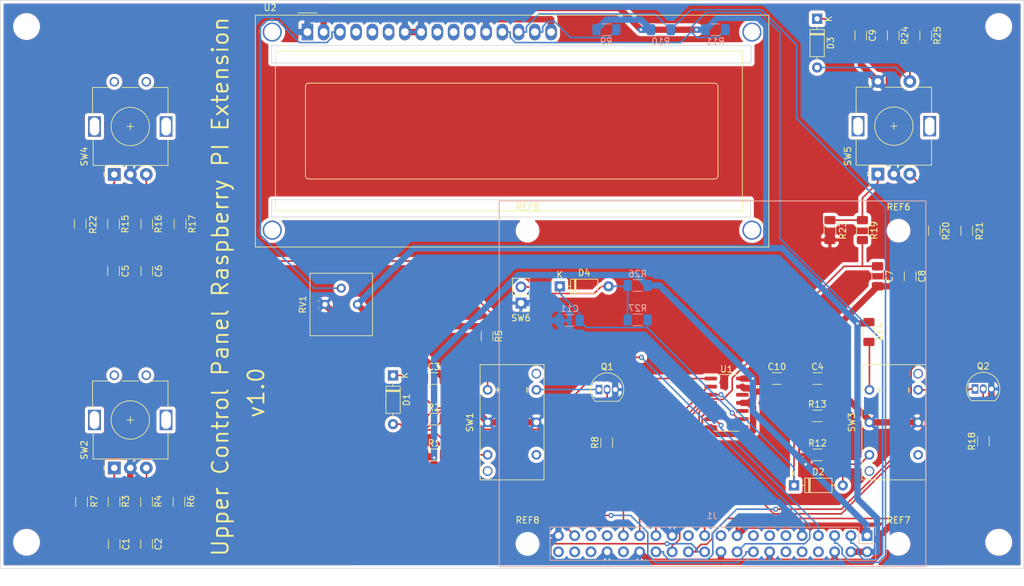
<source format=kicad_pcb>
(kicad_pcb (version 20211014) (generator pcbnew)
  (title_block (title "Raspberry-Pi  Extend Ctrl Panel Up") (date "2022-03-20") (rev "1.0") (company "Picherie"))
  (layers (0 "F.Cu" signal) (31 "B.Cu" signal) (34 "B.Paste" user) (35 "F.Paste" user) (36 "B.SilkS" user "B.Silkscreen") (37 "F.SilkS" user "F.Silkscreen") (38 "B.Mask" user) (39 "F.Mask" user) (44 "Edge.Cuts" user))
  (net 0 "")
  (net 1 "/REVERB_A")
  (net 2 "GND")
  (net 3 "/REVERB_B")
  (net 4 "Net-(C3-Pad1)")
  (net 5 "Net-(C4-Pad1)")
  (net 6 "/VOLUME_A")
  (net 7 "/VOLUME_B")
  (net 8 "/LCD_ROT_A")
  (net 9 "/LCD_ROT_B")
  (net 10 "+3V3")
  (net 11 "+5V")
  (net 12 "/LCD_I2C_SDA")
  (net 13 "/LCD_I2C_SCL")
  (net 14 "/LCD_ROT_S1")
  (net 22 "Net-(C9-Pad1)")
  (net 30 "Net-(Q1-Pad2)")
  (net 31 "Net-(Q1-Pad1)")
  (net 32 "Net-(Q2-Pad2)")
  (net 33 "Net-(Q2-Pad1)")
  (net 34 "Net-(C11-Pad1)")
  (net 35 "Net-(R3-Pad1)")
  (net 36 "Net-(R4-Pad1)")
  (net 37 "Net-(R5-Pad2)")
  (net 38 "/REGISTRATION_LED_1")
  (net 39 "Net-(R9-Pad2)")
  (net 40 "Net-(R14-Pad2)")
  (net 41 "Net-(R15-Pad1)")
  (net 42 "Net-(R16-Pad1)")
  (net 43 "/REGISTRATION_LED_2")
  (net 44 "Net-(R19-Pad1)")
  (net 45 "Net-(R20-Pad1)")
  (net 46 "Net-(D1-Pad2)")
  (net 47 "Net-(RV1-Pad2)")
  (net 50 "/REGISTRATION_SEL_1")
  (net 51 "/REGISTRATION_SEL_2")
  (net 58 "Net-(D3-Pad2)")
  (net 59 "Net-(D2-Pad2)")
  (net 60 "Net-(D4-Pad2)")
  (net 61 "/SAFE_SHUTDOWN")
  (footprint "MountingHole:MountingHole_2.7mm_M2.5" (layer "F.Cu") (at 216.63 86.85)
    (fp_text reference "REF6")
    (fp_text value "MountingHole_2.7mm_M2.5" hide)
  )
  (footprint "MountingHole:MountingHole_3.2mm_M3" (layer "F.Cu") (at 80.3 135.6)
    (fp_text reference "REF4" hide)
    (fp_text value "MountingHole_3.2mm_M3" hide)
  )
  (footprint "Resistor_SMD:R_1206_3216Metric_Pad1.30x1.75mm_HandSolder" (layer "F.Cu") (at 104.3 85.8 90)
    (fp_text reference "R17")
    (fp_text value "10K")
  )
  (footprint "MountingHole:MountingHole_3.2mm_M3" (layer "F.Cu") (at 80.3 54.9)
    (fp_text reference "REF1" hide)
    (fp_text value "MountingHole_3.2mm_M3" hide)
  )
  (footprint "MountingHole:MountingHole_2.7mm_M2.5" (layer "F.Cu") (at 158.63 86.85)
    (fp_text reference "REF5")
    (fp_text value "MountingHole_2.7mm_M2.5" hide)
  )
  (footprint "Resistor_SMD:R_1206_3216Metric_Pad1.30x1.75mm_HandSolder" (layer "F.Cu") (at 104.14 129.286 90)
    (fp_text reference "R6")
    (fp_text value "10K")
  )
  (footprint "b3_buttons_library:5511MBLKRED" (layer "F.Cu") (at 156.2 116.84 -90)
    (fp_text reference "SW1")
    (fp_text value "E-SWITCH-SW_Push_LED")
  )
  (footprint "Diode_THT:D_DO-35_SOD27_P7.62mm_Horizontal" (layer "F.Cu") (at 163.67 95.55)
    (fp_text reference "D4")
    (fp_text value "1N4148")
  )
  (footprint "Connector_PinHeader_2.54mm:PinHeader_1x02_P2.54mm_Vertical" (layer "F.Cu") (at 157.6 98.175 180)
    (fp_text reference "SW6")
    (fp_text value "on panel")
  )
  (footprint "Capacitor_SMD:C_1206_3216Metric_Pad1.33x1.80mm_HandSolder" (layer "F.Cu") (at 203.962 109.982)
    (fp_text reference "C4")
    (fp_text value "1uF")
  )
  (footprint "Rotary_Encoder:RotaryEncoder_Alps_EC11E_Vertical_H20mm" (layer "F.Cu") (at 94.02 123.965 90)
    (fp_text reference "SW2")
    (fp_text value "RotaryEncoder")
  )
  (footprint "Resistor_SMD:R_1206_3216Metric_Pad1.30x1.75mm_HandSolder" (layer "F.Cu") (at 88.7 85.8 90)
    (fp_text reference "R22")
    (fp_text value "10K")
  )
  (footprint "Resistor_SMD:R_1206_3216Metric_Pad1.30x1.75mm_HandSolder" (layer "F.Cu") (at 93.98 129.286 -90)
    (fp_text reference "R3")
    (fp_text value "10K")
  )
  (footprint "Resistor_SMD:R_1206_3216Metric_Pad1.30x1.75mm_HandSolder" (layer "F.Cu") (at 220.88 56.3 -90)
    (fp_text reference "R25")
    (fp_text value "22K")
  )
  (footprint "Resistor_SMD:R_1206_3216Metric_Pad1.30x1.75mm_HandSolder" (layer "F.Cu") (at 229.9 119.8 90)
    (fp_text reference "R18")
    (fp_text value "2.8K")
  )
  (footprint "Resistor_SMD:R_1206_3216Metric_Pad1.30x1.75mm_HandSolder" (layer "F.Cu") (at 144.018 121.92)
    (fp_text reference "R1")
    (fp_text value "9.1K")
  )
  (footprint "Package_TO_SOT_THT:TO-92_Inline" (layer "F.Cu") (at 228.6 111.612)
    (fp_text reference "Q2")
    (fp_text value "BC547")
  )
  (footprint "Capacitor_SMD:C_1206_3216Metric_Pad1.33x1.80mm_HandSolder" (layer "F.Cu") (at 210.72 56.3 -90)
    (fp_text reference "C9")
    (fp_text value "1uF")
  )
  (footprint "b3_buttons_library:5511MBLKRED" (layer "F.Cu") (at 215.89 116.84 -90)
    (fp_text reference "SW3")
    (fp_text value "E-SWITCH-SW_Push_LED")
  )
  (footprint "Resistor_SMD:R_1206_3216Metric_Pad1.30x1.75mm_HandSolder" (layer "F.Cu") (at 222.22 86.85 -90)
    (fp_text reference "R20")
    (fp_text value "10K")
  )
  (footprint "Capacitor_SMD:C_1206_3216Metric_Pad1.33x1.80mm_HandSolder" (layer "F.Cu") (at 99.1 93.1625 -90)
    (fp_text reference "C6")
    (fp_text value "10n")
  )
  (footprint "Resistor_SMD:R_1206_3216Metric_Pad1.30x1.75mm_HandSolder" (layer "F.Cu") (at 212 102.7 -90)
    (fp_text reference "R14")
    (fp_text value "140")
  )
  (footprint "MountingHole:MountingHole_2.7mm_M2.5" (layer "F.Cu") (at 216.63 135.85)
    (fp_text reference "REF7")
    (fp_text value "MountingHole_2.7mm_M2.5" hide)
  )
  (footprint "Resistor_SMD:R_1206_3216Metric_Pad1.30x1.75mm_HandSolder" (layer "F.Cu") (at 99.1 85.8 -90)
    (fp_text reference "R16")
    (fp_text value "10K")
  )
  (footprint "Resistor_SMD:R_1206_3216Metric_Pad1.30x1.75mm_HandSolder" (layer "F.Cu") (at 143.992 116.332)
    (fp_text reference "R2")
    (fp_text value "22K")
  )
  (footprint "Package_TO_SOT_THT:TO-92_Inline" (layer "F.Cu") (at 169.8 111.7)
    (fp_text reference "Q1")
    (fp_text value "BC547")
  )
  (footprint "Rotary_Encoder:RotaryEncoder_Alps_EC11E_Vertical_H20mm" (layer "F.Cu") (at 94.02 78.045 90)
    (fp_text reference "SW4")
    (fp_text value "RotaryEncoder")
  )
  (footprint "Diode_THT:D_DO-35_SOD27_P7.62mm_Horizontal" (layer "F.Cu") (at 200.29 126.7)
    (fp_text reference "D2")
    (fp_text value "1N4148")
  )
  (footprint "Resistor_SMD:R_1206_3216Metric_Pad1.30x1.75mm_HandSolder" (layer "F.Cu") (at 88.9 129.286 90)
    (fp_text reference "R7")
    (fp_text value "10K")
  )
  (footprint "Rotary_Encoder:RotaryEncoder_Alps_EC11E-Switch_Vertical_H20mm" (layer "F.Cu") (at 213.4 77.995 90)
    (fp_text reference "SW5")
    (fp_text value "RotaryEncoder_Switch")
  )
  (footprint "MountingHole:MountingHole_3.2mm_M3" (layer "F.Cu") (at 232.3 135.6)
    (fp_text reference "REF3" hide)
    (fp_text value "MountingHole_3.2mm_M3" hide)
  )
  (footprint "Resistor_SMD:R_1206_3216Metric_Pad1.30x1.75mm_HandSolder" (layer "F.Cu") (at 93.9 85.8 -90)
    (fp_text reference "R15")
    (fp_text value "10K")
  )
  (footprint "Display:WC1602A" (layer "F.Cu") (at 124.21 55.7625)
    (fp_text reference "U2")
    (fp_text value "lcd_16x2_i2c")
  )
  (footprint "Resistor_SMD:R_1206_3216Metric_Pad1.30x1.75mm_HandSolder" (layer "F.Cu") (at 203.962 121.92)
    (fp_text reference "R12")
    (fp_text value "9.1K")
  )
  (footprint "Capacitor_SMD:C_1206_3216Metric_Pad1.33x1.80mm_HandSolder" (layer "F.Cu") (at 93.9 93.1625 -90)
    (fp_text reference "C5")
    (fp_text value "10n")
  )
  (footprint "Diode_THT:D_DO-35_SOD27_P7.62mm_Horizontal" (layer "F.Cu") (at 137.6 109.5 -90)
    (fp_text reference "D1")
    (fp_text value "1N4148")
  )
  (footprint "Potentiometer_THT:Potentiometer_Bourns_3386P_Vertical" (layer "F.Cu") (at 132.04 98.385 90)
    (fp_text reference "RV1")
    (fp_text value "20K")
  )
  (footprint "Resistor_SMD:R_1206_3216Metric_Pad1.30x1.75mm_HandSolder" (layer "F.Cu") (at 171 120 90)
    (fp_text reference "R8")
    (fp_text value "2.8K")
  )
  (footprint "Capacitor_SMD:C_1206_3216Metric_Pad1.33x1.80mm_HandSolder" (layer "F.Cu") (at 197.612 109.982)
    (fp_text reference "C10")
    (fp_text value "100n")
  )
  (footprint "Capacitor_SMD:C_1206_3216Metric_Pad1.33x1.80mm_HandSolder" (layer "F.Cu") (at 218.44 93.98 -90)
    (fp_text reference "C8")
    (fp_text value "10n")
  )
  (footprint "Resistor_SMD:R_1206_3216Metric_Pad1.30x1.75mm_HandSolder" (layer "F.Cu") (at 215.8 56.3 -90)
    (fp_text reference "R24")
    (fp_text value "9.1K")
  )
  (footprint "Resistor_SMD:R_1206_3216Metric_Pad1.30x1.75mm_HandSolder" (layer "F.Cu") (at 99.06 129.286 -90)
    (fp_text reference "R4")
    (fp_text value "10K")
  )
  (footprint "Capacitor_SMD:C_1206_3216Metric_Pad1.33x1.80mm_HandSolder" (layer "F.Cu") (at 99.06 135.89 -90)
    (fp_text reference "C2")
    (fp_text value "10n")
  )
  (footprint "Diode_THT:D_DO-35_SOD27_P7.62mm_Horizontal" (layer "F.Cu") (at 203.9 53.69 -90)
    (fp_text reference "D3")
    (fp_text value "1N4148")
  )
  (footprint "Resistor_SMD:R_1206_3216Metric_Pad1.30x1.75mm_HandSolder" (layer "F.Cu") (at 205.9 86.75 90)
    (fp_text reference "R23")
    (fp_text value "10K")
  )
  (footprint "Capacitor_SMD:C_1206_3216Metric_Pad1.33x1.80mm_HandSolder" (layer "F.Cu") (at 143.9795 109.982)
    (fp_text reference "C3")
    (fp_text value "1uF")
  )
  (footprint "Package_SO:SOIC-14_3.9x8.7mm_P1.27mm" (layer "F.Cu") (at 189.738 113.792)
    (fp_text reference "U1")
    (fp_text value "74HC14")
  )
  (footprint "Resistor_SMD:R_1206_3216Metric_Pad1.30x1.75mm_HandSolder" (layer "F.Cu") (at 227.3 86.85 90)
    (fp_text reference "R21")
    (fp_text value "10K")
  )
  (footprint "MountingHole:MountingHole_2.7mm_M2.5" (layer "F.Cu") (at 158.63 135.85)
    (fp_text reference "REF8")
    (fp_text value "MountingHole_2.7mm_M2.5" hide)
  )
  (footprint "Resistor_SMD:R_1206_3216Metric_Pad1.30x1.75mm_HandSolder" (layer "F.Cu") (at 152.3 103.35 -90)
    (fp_text reference "R5")
    (fp_text value "140")
  )
  (footprint "Capacitor_SMD:C_1206_3216Metric_Pad1.33x1.80mm_HandSolder" (layer "F.Cu") (at 94 135.89 -90)
    (fp_text reference "C1")
    (fp_text value "10n")
  )
  (footprint "Capacitor_SMD:C_1206_3216Metric_Pad1.33x1.80mm_HandSolder" (layer "F.Cu") (at 213.36 93.98 -90)
    (fp_text reference "C7")
    (fp_text value "10n")
  )
  (footprint "Resistor_SMD:R_1206_3216Metric_Pad1.30x1.75mm_HandSolder" (layer "F.Cu") (at 210.98 86.75 -90)
    (fp_text reference "R19")
    (fp_text value "10K")
  )
  (footprint "MountingHole:MountingHole_3.2mm_M3" (layer "F.Cu") (at 232.3 54.9)
    (fp_text reference "REF2" hide)
    (fp_text value "MountingHole_3.2mm_M3" hide)
  )
  (footprint "Resistor_SMD:R_1206_3216Metric_Pad1.30x1.75mm_HandSolder" (layer "F.Cu") (at 203.936 115.824)
    (fp_text reference "R13")
    (fp_text value "22K")
  )
  (footprint "Resistor_SMD:R_1206_3216Metric_Pad1.30x1.75mm_HandSolder" (layer "B.Cu") (at 175.84 95.42 180)
    (fp_text reference "R26")
    (fp_text value "9.1K")
  )
  (footprint "Resistor_SMD:R_1206_3216Metric_Pad1.30x1.75mm_HandSolder" (layer "B.Cu") (at 179.475 55.4)
    (fp_text reference "R10")
    (fp_text value "2.2K")
  )
  (footprint "Resistor_SMD:R_1206_3216Metric_Pad1.30x1.75mm_HandSolder" (layer "B.Cu") (at 188 55.4)
    (fp_text reference "R11")
    (fp_text value "2.2K")
  )
  (footprint "Resistor_SMD:R_1206_3216Metric_Pad1.30x1.75mm_HandSolder" (layer "B.Cu") (at 170.95 55.4)
    (fp_text reference "R9")
    (fp_text value "220")
  )
  (footprint "Connector_PinSocket_2.54mm:PinSocket_2x20_P2.54mm_Vertical" (layer "B.Cu") (at 211.72 134.56 90)
    (fp_text reference "J1")
    (fp_text value "Raspberry_Pi_2_3")
  )
  (footprint "Capacitor_SMD:C_1206_3216Metric_Pad1.33x1.80mm_HandSolder" (layer "B.Cu") (at 165.2 100.9 180)
    (fp_text reference "C11")
    (fp_text value "1uF")
  )
  (footprint "Resistor_SMD:R_1206_3216Metric_Pad1.30x1.75mm_HandSolder" (layer "B.Cu") (at 175.85 100.8 180)
    (fp_text reference "R27")
    (fp_text value "22K")
  )
  (gr_rect (start 154.2 82.2) (end 220.9 139.4) (layer "B.SilkS") (width 0.15) (fill none))
  (gr_rect locked (start 76.2 50.8) (end 236.22 139.7) (layer "Edge.Cuts") (width 0.1) (fill none))
  (gr_rect locked (start 118.618 82) (end 193.5 84.7) (layer "Edge.Cuts") (width 0.1) (fill none))
  (gr_rect locked (start 118.618 57.866) (end 193.6 60.6) (layer "Edge.Cuts") (width 0.1) (fill none))
  (gr_text "Upper Control Panel Raspberry PI Extension" (at 110.6 95.6 90) (layer "F.SilkS") (effects (font (size 2.5 2.5) (thickness 0.3))))
  (gr_text "v1.0" (at 116.2 112.2 90) (layer "F.SilkS") (effects (font (size 2.5 2.5) (thickness 0.3))))
  (segment (start 94 134.3275) (end 95.5725 135.9) (width 0.25) (layer "F.Cu") (net 1))
  (segment (start 131.7846 138.6) (end 159.8 138.6) (width 0.25) (layer "F.Cu") (net 1))
  (segment (start 129.0846 135.9) (end 131.7846 138.6) (width 0.25) (layer "F.Cu") (net 1))
  (segment (start 159.8 138.6) (end 162.5729 135.8271) (width 0.25) (layer "F.Cu") (net 1))
  (segment (start 162.5729 135.8271) (end 180.4431 135.8271) (width 0.25) (layer "F.Cu") (net 1))
  (segment (start 94 130.856) (end 94 134.3275) (width 0.25) (layer "F.Cu") (net 1))
  (segment (start 93.98 130.836) (end 94 130.856) (width 0.25) (layer "F.Cu") (net 1))
  (segment (start 95.5725 135.9) (end 129.0846 135.9) (width 0.25) (layer "F.Cu") (net 1))
  (via (at 180.4431 135.8271) (size 0.8) (drill 0.4) (layers "F.Cu" "B.Cu") (net 1))
  (segment (start 184.2391 135.8271) (end 180.4431 135.8271) (width 0.25) (layer "B.Cu") (net 1))
  (segment (start 185.1447 136.7327) (end 184.2391 135.8271) (width 0.25) (layer "B.Cu") (net 1))
  (segment (start 186.32 137.1) (end 185.1447 137.1) (width 0.25) (layer "B.Cu") (net 1))
  (segment (start 185.1447 137.1) (end 185.1447 136.7327) (width 0.25) (layer "B.Cu") (net 1))
  (segment (start 162.31 53.7622) (end 162.31 55.7625) (width 1) (layer "F.Cu") (net 2))
  (segment (start 188.86 137.1) (end 188.86 138.6503) (width 1) (layer "F.Cu") (net 2))
  (segment (start 197.1321 112.0244) (end 193.9152 112.0244) (width 1) (layer "F.Cu") (net 2))
  (segment (start 213.4 63.495) (end 210.72 60.815) (width 1) (layer "F.Cu") (net 2))
  (segment (start 212.08 116.5375) (end 205.5245 109.982) (width 1) (layer "F.Cu") (net 2))
  (segment (start 213.36 95.5425) (end 218.44 95.5425) (width 1) (layer "F.Cu") (net 2))
  (segment (start 152.39 116.84) (end 145.542 109.992) (width 1) (layer "F.Cu") (net 2))
  (segment (start 152.15 55.7625) (end 152.15 53.7622) (width 1) (layer "F.Cu") (net 2))
  (segment (start 205.5245 109.982) (end 203.9225 108.38) (width 1) (layer "F.Cu") (net 2))
  (segment (start 188.3069 118.6459) (end 193.3928 118.6459) (width 1) (layer "F.Cu") (net 2))
  (segment (start 96.52 127.5837) (end 96.52 123.965) (width 1) (layer "F.Cu") (net 2))
  (segment (start 196.48 137.1) (end 196.48 138.6503) (width 1) (layer "F.Cu") (net 2))
  (segment (start 135.7256 107.1506) (end 126.96 98.385) (width 1) (layer "F.Cu") (net 2))
  (segment (start 99.1 94.725) (end 93.9 94.725) (width 1) (layer "F.Cu") (net 2))
  (segment (start 210.72 60.815) (end 210.72 57.8625) (width 1) (layer "F.Cu") (net 2))
  (segment (start 176.16 137.1) (end 177.7103 138.6503) (width 1) (layer "F.Cu") (net 2))
  (segment (start 220.6158 133.0096) (end 231.5017 122.1237) (width 1) (layer "F.Cu") (net 2))
  (segment (start 193.9152 112.0244) (end 193.9152 113.0933) (width 1) (layer "F.Cu") (net 2))
  (segment (start 99.06 137.4525) (end 94 137.4525) (width 1) (layer "F.Cu") (net 2))
  (segment (start 145.542 109.992) (end 145.542 109.982) (width 1) (layer "F.Cu") (net 2))
  (segment (start 187.263 117.602) (end 188.3069 118.6459) (width 1) (layer "F.Cu") (net 2))
  (segment (start 212.4058 138.6503) (end 213.7665 137.2896) (width 1) (layer "F.Cu") (net 2))
  (segment (start 231.5017 113.424) (end 231.14 113.0623) (width 1) (layer "F.Cu") (net 2))
  (segment (start 92.3665 130.014) (end 93.0945 129.286) (width 1) (layer "F.Cu") (net 2))
  (segment (start 231.5017 122.1237) (end 231.5017 113.424) (width 1) (layer "F.Cu") (net 2))
  (segment (start 212.08 116.84) (end 212.08 116.5375) (width 1) (layer "F.Cu") (net 2))
  (segment (start 206.64 138.6503) (end 212.4058 138.6503) (width 1) (layer "F.Cu") (net 2))
  (segment (start 196.48 138.6503) (end 206.64 138.6503) (width 1) (layer "F.Cu") (net 2))
  (segment (start 206.64 137.1) (end 206.64 138.6503) (width 1) (layer "F.Cu") (net 2))
  (segment (start 213.7665 134.5335) (end 215.2904 133.0096) (width 1) (layer "F.Cu") (net 2))
  (segment (start 142.7106 107.1506) (end 135.7256 107.1506) (width 1) (layer "F.Cu") (net 2))
  (segment (start 160.01 116.84) (end 152.39 116.84) (width 1) (layer "F.Cu") (net 2))
  (segment (start 193.3928 118.6459) (end 193.889 118.1497) (width 1) (layer "F.Cu") (net 2))
  (segment (start 193.9152 112.0244) (end 193.5557 111.6649) (width 1) (layer "F.Cu") (net 2))
  (segment (start 92.3665 135.819) (end 92.3665 130.014) (width 1) (layer "F.Cu") (net 2))
  (segment (start 94.8177 129.286) (end 96.52 127.5837) (width 1) (layer "F.Cu") (net 2))
  (segment (start 193.2036 111.521) (end 192.482 111.521) (width 1) (layer "F.Cu") (net 2))
  (segment (start 193.889 114.4645) (end 193.2165 113.792) (width 1) (layer "F.Cu") (net 2))
  (segment (start 94 137.4525) (end 92.3665 135.819) (width 1) (layer "F.Cu") (net 2))
  (segment (start 193.9152 113.0933) (end 193.2165 113.792) (width 1) (layer "F.Cu") (net 2))
  (segment (start 193.5557 111.6649) (end 193.3475 111.6649) (width 0.601) (layer "F.Cu") (net 2))
  (segment (start 203.9225 108.38) (end 200.7765 108.38) (width 1) (layer "F.Cu") (net 2))
  (segment (start 93.0945 129.286) (end 94.8177 129.286) (width 1) (layer "F.Cu") (net 2))
  (segment (start 219.7 116.84) (end 212.08 116.84) (width 1) (layer "F.Cu") (net 2))
  (segment (start 231.14 113.0623) (end 231.14 111.612) (width 1) (layer "F.Cu") (net 2))
  (segment (start 102.76 98.385) (end 99.1 94.725) (width 1) (layer "F.Cu") (net 2))
  (segment (start 213.7665 137.2896) (end 213.7665 134.5335) (width 1) (layer "F.Cu") (net 2))
  (segment (start 200.7765 108.38) (end 199.1745 109.982) (width 1) (layer "F.Cu") (net 2))
  (segment (start 188.86 138.6503) (end 196.48 138.6503) (width 1) (layer "F.Cu") (net 2))
  (segment (start 145.542 109.982) (end 142.7106 107.1506) (width 1) (layer "F.Cu") (net 2))
  (segment (start 177.7103 138.6503) (end 188.86 138.6503) (width 1) (layer "F.Cu") (net 2))
  (segment (start 215.2904 133.0096) (end 220.6158 133.0096) (width 1) (layer "F.Cu") (net 2))
  (segment (start 152.15 53.7622) (end 162.31 53.7622) (width 1) (layer "F.Cu") (net 2))
  (segment (start 203.9225 108.38) (end 203.9225 104.98) (width 1) (layer "F.Cu") (net 2))
  (segment (start 193.889 118.1497) (end 193.889 114.4645) (width 1) (layer "F.Cu") (net 2))
  (segment (start 126.96 98.385) (end 102.76 98.385) (width 1) (layer "F.Cu") (net 2))
  (segment (start 193.3475 111.6649) (end 193.2036 111.521) (width 0.601) (layer "F.Cu") (net 2))
  (segment (start 193.2165 113.792) (end 192.213 113.792) (width 1) (layer "F.Cu") (net 2))
  (segment (start 192.482 111.521) (end 192.213 111.252) (width 1) (layer "F.Cu") (net 2))
  (segment (start 141.99 55.7625) (end 139.45 55.7625) (width 1) (layer "F.Cu") (net 2))
  (segment (start 199.1745 109.982) (end 197.1321 112.0244) (width 1) (layer "F.Cu") (net 2))
  (segment (start 203.9225 104.98) (end 213.36 95.5425) (width 1) (layer "F.Cu") (net 2))
  (segment (start 115.9001 53.0973) (end 119.9445 53.0973) (width 1) (layer "B.Cu") (net 2))
  (segment (start 163.46 130.2377) (end 163.46 133.0097) (width 1) (layer "B.Cu") (net 2))
  (segment (start 139.45 55.7625) (end 139.45 53.7622) (width 1) (layer "B.Cu") (net 2))
  (segment (start 181.24 134.56) (end 186.5306 129.2694) (width 1) (layer "B.Cu") (net 2))
  (segment (start 172.34 111.7) (end 172.34 113.1503) (width 1) (layer "B.Cu") (net 2))
  (segment (start 163.46 130.2377) (end 176.9177 130.2377) (width 1) (layer "B.Cu") (net 2))
  (segment (start 157.6 98.175) (end 159.1503 98.175) (width 1) (layer "B.Cu") (net 2))
  (segment (start 139.45 53.7622) (end 124.21 53.7622) (width 1) (layer "B.Cu") (net 2))
  (segment (start 215.9 65.995) (end 215.9 77.995) (width 1) (layer "B.Cu") (net 2))
  (segment (start 163.46 118.9961) (end 166.4942 118.9961) (width 1) (layer "B.Cu") (net 2))
  (segment (start 172.6508 138.6708) (end 174.5892 138.6708) (width 1) (layer "B.Cu") (net 2))
  (segment (start 163.6375 101.5472) (end 172.34 110.2497) (width 1) (layer "B.Cu") (net 2))
  (segment (start 152.15 53.7622) (end 141.99 53.7622) (width 1) (layer "B.Cu") (net 2))
  (segment (start 226.3783 110.1617) (end 219.7 116.84) (width 1) (layer "B.Cu") (net 2))
  (segment (start 159.1503 98.175) (end 161.8753 100.9) (width 1) (layer "B.Cu") (net 2))
  (segment (start 174.5892 138.6708) (end 176.16 137.1) (width 1) (layer "B.Cu") (net 2))
  (segment (start 231.14 111.612) (end 231.14 110.1617) (width 1) (layer "B.Cu") (net 2))
  (segment (start 226.3783 110.1617) (end 226.3783 88.4733) (width 1) (layer "B.Cu") (net 2))
  (segment (start 119.9445 53.0973) (end 122.6097 55.7625) (width 1) (layer "B.Cu") (net 2))
  (segment (start 163.46 134.56) (end 163.46 133.0097) (width 1) (layer "B.Cu") (net 2))
  (segment (start 172.34 111.7) (end 172.34 110.2497) (width 1) (layer "B.Cu") (net 2))
  (segment (start 96.52 123.965) (end 96.52 118.4068) (width 1) (layer "B.Cu") (net 2))
  (segment (start 186.5306 129.2694) (end 197.8321 129.2694) (width 1) (layer "B.Cu") (net 2))
  (segment (start 162.8094 138.6803) (end 169.4997 138.6803) (width 1) (layer "B.Cu") (net 2))
  (segment (start 161.9033 137.7742) (end 162.8094 138.6803) (width 1) (layer "B.Cu") (net 2))
  (segment (start 96.52 72.4774) (end 115.9001 53.0973) (width 1) (layer "B.Cu") (net 2))
  (segment (start 169.4997 138.6803) (end 171.08 137.1) (width 1) (layer "B.Cu") (net 2))
  (segment (start 96.52 118.4068) (end 116.5418 98.385) (width 1) (layer "B.Cu") (net 2))
  (segment (start 116.5418 98.385) (end 96.52 78.3632) (width 1) (layer "B.Cu") (net 2))
  (segment (start 171.08 137.1) (end 172.6508 138.6708) (width 1) (layer "B.Cu") (net 2))
  (segment (start 162.1661 118.9961) (end 163.46 118.9961) (width 1) (layer "B.Cu") (net 2))
  (segment (start 197.8321 129.2694) (end 201.56 132.9973) (width 1) (layer "B.Cu") (net 2))
  (segment (start 201.56 134.56) (end 201.56 133.0097) (width 1) (layer "B.Cu") (net 2))
  (segment (start 166.4942 118.9961) (end 172.34 113.1503) (width 1) (layer "B.Cu") (net 2))
  (segment (start 201.56 132.9973) (end 201.56 133.0097) (width 1) (layer "B.Cu") (net 2))
  (segment (start 116.5418 98.385) (end 126.96 98.385) (width 1) (layer "B.Cu") (net 2))
  (segment (start 231.14 110.1617) (end 226.3783 110.1617) (width 1) (layer "B.Cu") (net 2))
  (segment (start 226.3783 88.4733) (end 215.9 77.995) (width 1) (layer "B.Cu") (net 2))
  (segment (start 160.01 116.84) (end 162.1661 118.9961) (width 1) (layer "B.Cu") (net 2))
  (segment (start 163.6375 100.9) (end 163.6375 101.5472) (width 1) (layer "B.Cu") (net 2))
  (segment (start 141.99 55.7625) (end 141.99 53.7622) (width 1) (layer "B.Cu") (net 2))
  (segment (start 152.15 55.7625) (end 152.15 53.7622) (width 1) (layer "B.Cu") (net 2))
  (segment (start 213.4 63.495) (end 215.9 65.995) (width 1) (layer "B.Cu") (net 2))
  (segment (start 176.9177 130.2377) (end 181.24 134.56) (width 1) (layer "B.Cu") (net 2))
  (segment (start 96.52 78.045) (end 96.52 72.4774) (width 1) (layer "B.Cu") (net 2))
  (segment (start 124.21 55.7625) (end 124.21 53.7622) (width 1) (layer "B.Cu") (net 2))
  (segment (start 124.21 55.7625) (end 122.6097 55.7625) (width 1) (layer "B.Cu") (net 2))
  (segment (start 96.52 78.3632) (end 96.52 78.045) (width 1) (layer "B.Cu") (net 2))
  (segment (start 161.9033 136.1167) (end 161.9033 137.7742) (width 1) (layer "B.Cu") (net 2))
  (segment (start 163.46 118.9961) (end 163.46 130.2377) (width 1) (layer "B.Cu") (net 2))
  (segment (start 163.46 134.56) (end 161.9033 136.1167) (width 1) (layer "B.Cu") (net 2))
  (segment (start 161.8753 100.9) (end 163.6375 100.9) (width 1) (layer "B.Cu") (net 2))
  (segment (start 100.0155 133.372) (end 100.0155 131.7915) (width 0.25) (layer "F.Cu") (net 3))
  (segment (start 100.0155 131.7915) (end 99.06 130.836) (width 0.25) (layer "F.Cu") (net 3))
  (segment (start 166 134.56) (end 164.19049 132.75049) (width 0.25) (layer "F.Cu") (net 3))
  (segment (start 100.63701 132.75049) (end 100.0155 133.372) (width 0.25) (layer "F.Cu") (net 3))
  (segment (start 164.19049 132.75049) (end 100.63701 132.75049) (width 0.25) (layer "F.Cu") (net 3))
  (segment (start 100.0155 133.372) (end 99.06 134.3275) (width 0.25) (layer "F.Cu") (net 3))
  (segment (start 142.417 112.857) (end 144.167 114.607) (width 0.25) (layer "F.Cu") (net 4))
  (segment (start 138.7253 109.5) (end 141.935 109.5) (width 0.25) (layer "F.Cu") (net 4))
  (segment (start 148.5145 114.607) (end 144.167 114.607) (width 0.25) (layer "F.Cu") (net 4))
  (segment (start 187.263 109.982) (end 168.5459 109.982) (width 0.25) (layer "F.Cu") (net 4))
  (segment (start 137.6 109.5) (end 138.7253 109.5) (width 0.25) (layer "F.Cu") (net 4))
  (segment (start 168.5459 109.982) (end 160.593 117.9349) (width 0.25) (layer "F.Cu") (net 4))
  (segment (start 142.417 109.982) (end 142.417 112.857) (width 0.25) (layer "F.Cu") (net 4))
  (segment (start 141.935 109.5) (end 142.417 109.982) (width 0.25) (layer "F.Cu") (net 4))
  (segment (start 144.167 114.607) (end 142.442 116.332) (width 0.25) (layer "F.Cu") (net 4))
  (segment (start 151.8424 117.9349) (end 148.5145 114.607) (width 0.25) (layer "F.Cu") (net 4))
  (segment (start 160.593 117.9349) (end 151.8424 117.9349) (width 0.25) (layer "F.Cu") (net 4))
  (segment (start 200.29 125.5747) (end 200.29 117.92) (width 0.25) (layer "F.Cu") (net 5))
  (segment (start 202.3995 115.8105) (end 202.3995 109.982) (width 0.25) (layer "F.Cu") (net 5))
  (segment (start 200.29 117.92) (end 202.386 115.824) (width 0.25) (layer "F.Cu") (net 5))
  (segment (start 202.386 115.824) (end 202.3995 115.8105) (width 0.25) (layer "F.Cu") (net 5))
  (segment (start 187.263 112.522) (end 188.8696 112.522) (width 0.25) (layer "F.Cu") (net 5))
  (segment (start 200.29 126.7) (end 200.29 125.5747) (width 0.25) (layer "F.Cu") (net 5))
  (via (at 188.8696 112.522) (size 0.8) (drill 0.4) (layers "F.Cu" "B.Cu") (net 5))
  (segment (start 200.29 123.9424) (end 188.8696 112.522) (width 0.25) (layer "B.Cu") (net 5))
  (segment (start 200.29 126.7) (end 200.29 125.5747) (width 0.25) (layer "B.Cu") (net 5))
  (segment (start 200.29 125.5747) (end 200.29 123.9424) (width 0.25) (layer "B.Cu") (net 5))
  (segment (start 143.0781 117.5575) (end 141.5733 117.5575) (width 0.25) (layer "F.Cu") (net 6))
  (segment (start 147.5062 115.1206) (end 144.9134 115.1206) (width 0.25) (layer "F.Cu") (net 6))
  (segment (start 141.5733 117.5575) (end 125.9798 101.964) (width 0.25) (layer "F.Cu") (net 6))
  (segment (start 92.648 95.3504) (end 92.648 92.852) (width 0.25) (layer "F.Cu") (net 6))
  (segment (start 92.648 92.852) (end 93.9 91.6) (width 0.25) (layer "F.Cu") (net 6))
  (segment (start 144.9134 115.1206) (end 143.7037 116.3303) (width 0.25) (layer "F.Cu") (net 6))
  (segment (start 99.2616 101.964) (end 92.648 95.3504) (width 0.25) (layer "F.Cu") (net 6))
  (segment (start 125.9798 101.964) (end 99.2616 101.964) (width 0.25) (layer "F.Cu") (net 6))
  (segment (start 143.7037 116.3303) (end 143.7037 116.9319) (width 0.25) (layer "F.Cu") (net 6))
  (segment (start 143.7037 116.9319) (end 143.0781 117.5575) (width 0.25) (layer "F.Cu") (net 6))
  (segment (start 163.7804 131.3948) (end 147.5062 115.1206) (width 0.25) (layer "F.Cu") (net 6))
  (segment (start 93.9 87.35) (end 93.9 91.6) (width 0.25) (layer "F.Cu") (net 6))
  (segment (start 171.6923 131.3948) (end 163.7804 131.3948) (width 0.25) (layer "F.Cu") (net 6))
  (via (at 171.6923 131.3948) (size 0.8) (drill 0.4) (layers "F.Cu" "B.Cu") (net 6))
  (segment (start 193.94 137.1) (end 192.7647 137.1) (width 0.25) (layer "B.Cu") (net 6))
  (segment (start 174.7375 131.3948) (end 171.6923 131.3948) (width 0.25) (layer "B.Cu") (net 6))
  (segment (start 177.43 137.5077) (end 177.43 134.0873) (width 0.25) (layer "B.Cu") (net 6))
  (segment (start 191.4334 138.7986) (end 178.7209 138.7986) (width 0.25) (layer "B.Cu") (net 6))
  (segment (start 177.43 134.0873) (end 174.7375 131.3948) (width 0.25) (layer "B.Cu") (net 6))
  (segment (start 192.7647 137.4673) (end 191.4334 138.7986) (width 0.25) (layer "B.Cu") (net 6))
  (segment (start 192.7647 137.1) (end 192.7647 137.4673) (width 0.25) (layer "B.Cu") (net 6))
  (segment (start 178.7209 138.7986) (end 177.43 137.5077) (width 0.25) (layer "B.Cu") (net 6))
  (segment (start 99.1 91.6) (end 99.1 87.35) (width 0.25) (layer "F.Cu") (net 7))
  (segment (start 99.1 91.6) (end 144.8002 91.6) (width 0.25) (layer "F.Cu") (net 7))
  (segment (start 159.8567 106.6565) (end 176.4231 106.6565) (width 0.25) (layer "F.Cu") (net 7))
  (segment (start 144.8002 91.6) (end 159.8567 106.6565) (width 0.25) (layer "F.Cu") (net 7))
  (via (at 176.4231 106.6565) (size 0.8) (drill 0.4) (layers "F.Cu" "B.Cu") (net 7))
  (segment (start 202.7428 135.042) (end 202.7428 132.9762) (width 0.25) (layer "B.Cu") (net 7))
  (segment (start 192.67 135.83) (end 201.9548 135.83) (width 0.25) (layer "B.Cu") (net 7))
  (segment (start 191.4 137.1) (end 192.67 135.83) (width 0.25) (layer "B.Cu") (net 7))
  (segment (start 201.9548 135.83) (end 202.7428 135.042) (width 0.25) (layer "B.Cu") (net 7))
  (segment (start 202.7428 132.9762) (end 176.4231 106.6565) (width 0.25) (layer "B.Cu") (net 7))
  (segment (start 210.98 88.3) (end 210.98 92.4175) (width 0.25) (layer "F.Cu") (net 8))
  (segment (start 210.98 92.4175) (end 213.36 92.4175) (width 0.25) (layer "F.Cu") (net 8))
  (segment (start 190.6308 109.9103) (end 208.1236 92.4175) (width 0.25) (layer "F.Cu") (net 8))
  (segment (start 189.1718 113.2602) (end 190.6308 111.8012) (width 0.25) (layer "F.Cu") (net 8))
  (segment (start 208.1236 92.4175) (end 210.98 92.4175) (width 0.25) (layer "F.Cu") (net 8))
  (segment (start 188.3386 113.166) (end 188.4328 113.2602) (width 0.25) (layer "F.Cu") (net 8))
  (segment (start 188.4328 113.2602) (end 189.1718 113.2602) (width 0.25) (layer "F.Cu") (net 8))
  (segment (start 186.12 113.166) (end 188.3386 113.166) (width 0.25) (layer "F.Cu") (net 8))
  (segment (start 178.7 134.56) (end 178.7 120.586) (width 0.25) (layer "F.Cu") (net 8))
  (segment (start 178.7 120.586) (end 186.12 113.166) (width 0.25) (layer "F.Cu") (net 8))
  (segment (start 190.6308 111.8012) (end 190.6308 109.9103) (width 0.25) (layer "F.Cu") (net 8))
  (segment (start 228.51 87.6937) (end 228.1936 87.3773) (width 0.25) (layer "F.Cu") (net 9))
  (segment (start 219.7136 93.6911) (end 223.8898 93.6911) (width 0.25) (layer "F.Cu") (net 9))
  (segment (start 220.8252 117.3006) (end 207.7007 130.4251) (width 0.25) (layer "F.Cu") (net 9))
  (segment (start 207.7007 130.4251) (end 197.4315 130.4251) (width 0.25) (layer "F.Cu") (net 9))
  (segment (start 218.1185 97.8959) (end 218.1185 113.7206) (width 0.25) (layer "F.Cu") (net 9))
  (segment (start 228.51 89.0709) (end 228.51 87.6937) (width 0.25) (layer "F.Cu") (net 9))
  (segment (start 219.7136 96.3008) (end 218.1185 97.8959) (width 0.25) (layer "F.Cu") (net 9))
  (segment (start 219.7136 93.6911) (end 219.7136 96.3008) (width 0.25) (layer "F.Cu") (net 9))
  (segment (start 218.1185 113.7206) (end 220.8252 116.4273) (width 0.25) (layer "F.Cu") (net 9))
  (segment (start 223.8898 93.6911) (end 228.51 89.0709) (width 0.25) (layer "F.Cu") (net 9))
  (segment (start 218.44 92.4175) (end 219.7136 93.6911) (width 0.25) (layer "F.Cu") (net 9))
  (segment (start 220.8252 116.4273) (end 220.8252 117.3006) (width 0.25) (layer "F.Cu") (net 9))
  (segment (start 223.2427 87.3773) (end 222.22 88.4) (width 0.25) (layer "F.Cu") (net 9))
  (segment (start 228.1936 87.3773) (end 223.2427 87.3773) (width 0.25) (layer "F.Cu") (net 9))
  (via (at 197.4315 130.4251) (size 0.8) (drill 0.4) (layers "F.Cu" "B.Cu") (net 9))
  (segment (start 179.8753 137.1) (end 179.8753 137.4673) (width 0.25) (layer "B.Cu") (net 9))
  (segment (start 191.3218 130.4251) (end 197.4315 130.4251) (width 0.25) (layer "B.Cu") (net 9))
  (segment (start 186.7676 138.3263) (end 187.59 137.5039) (width 0.25) (layer "B.Cu") (net 9))
  (segment (start 180.7343 138.3263) (end 186.7676 138.3263) (width 0.25) (layer "B.Cu") (net 9))
  (segment (start 179.8753 137.4673) (end 180.7343 138.3263) (width 0.25) (layer "B.Cu") (net 9))
  (segment (start 187.59 137.5039) (end 187.59 134.1569) (width 0.25) (layer "B.Cu") (net 9))
  (segment (start 187.59 134.1569) (end 191.3218 130.4251) (width 0.25) (layer "B.Cu") (net 9))
  (segment (start 178.7 137.1) (end 179.8753 137.1) (width 0.25) (layer "B.Cu") (net 9))
  (segment (start 204.323 86.0004) (end 204.323 81.4221) (width 1) (layer "F.Cu") (net 10))
  (segment (start 214.2457 93.98) (end 215.0112 93.2145) (width 1) (layer "F.Cu") (net 10))
  (segment (start 105.7164 126.9121) (end 105.7164 129.2596) (width 1) (layer "F.Cu") (net 10))
  (segment (start 92.0202 122.206) (end 101.0103 122.206) (width 1) (layer "F.Cu") (net 10))
  (segment (start 101.0103 122.206) (end 105.7164 126.9121) (width 1) (layer "F.Cu") (net 10))
  (segment (start 105.7164 129.2596) (end 104.14 130.836) (width 1) (layer "F.Cu") (net 10))
  (segment (start 205.9324 87.6098) (end 204.323 86.0004) (width 1) (layer "F.Cu") (net 10))
  (segment (start 191.4 134.56) (end 192.9504 133.0096) (width 1) (layer "F.Cu") (net 10))
  (segment (start 88.7 118.8858) (end 88.7 87.35) (width 1) (layer "F.Cu") (net 10))
  (segment (start 212.0515 93.98) (end 214.2457 93.98) (width 1) (layer "F.Cu") (net 10))
  (segment (start 212.1747 86.9196) (end 206.6226 86.9196) (width 1) (layer "F.Cu") (net 10))
  (segment (start 144.018 122.367) (end 142.915 122.367) (width 1) (layer "F.Cu") (net 10))
  (segment (start 215.1019 70.6432) (end 215.1019 59.8365) (width 1) (layer "F.Cu") (net 10))
  (segment (start 92.0202 122.206) (end 88.7 118.8858) (width 1) (layer "F.Cu") (net 10))
  (segment (start 215.1019 59.8365) (end 214.1827 58.9173) (width 1) (layer "F.Cu") (net 10))
  (segment (start 227.3 88.4) (end 225.9439 89.7561) (width 1) (layer "F.Cu") (net 10))
  (segment (start 192.213 109.982) (end 193.8482 109.982) (width 1) (layer "F.Cu") (net 10))
  (segment (start 102.9437 85.9937) (end 104.3 87.35) (width 1) (layer "F.Cu") (net 10))
  (segment (start 88.7 87.35) (end 90.0563 85.9937) (width 1) (layer "F.Cu") (net 10))
  (segment (start 87.2916 129.2276) (end 87.2916 126.9346) (width 1) (layer "F.Cu") (net 10))
  (segment (start 90.0563 85.9937) (end 102.9437 85.9937) (width 1) (layer "F.Cu") (net 10))
  (segment (start 193.8482 109.982) (end 196.0495 109.982) (width 1) (layer "F.Cu") (net 10))
  (segment (start 205.9324 88.2676) (end 205.9324 87.6098) (width 1) (layer "F.Cu") (net 10))
  (segment (start 192.9504 133.0096) (end 210.1696 133.0096) (width 1) (layer "F.Cu") (net 10))
  (segment (start 206.6226 86.9196) (end 205.9324 87.6098) (width 1) (layer "F.Cu") (net 10))
  (segment (start 87.2916 126.9346) (end 92.0202 122.206) (width 1) (layer "F.Cu") (net 10))
  (segment (start 142.915 122.367) (end 142.468 121.92) (width 1) (layer "F.Cu") (net 10))
  (segment (start 88.9 130.836) (end 87.2916 129.2276) (width 1) (layer "F.Cu") (net 10))
  (segment (start 214.1827 56.3673) (end 215.8 54.75) (width 1) (layer "F.Cu") (net 10))
  (segment (start 202.412 123.0935) (end 202.1079 123.3976) (width 1) (layer "F.Cu") (net 10))
  (segment (start 210.1696 133.0096) (end 211.72 134.56) (width 1) (layer "F.Cu") (net 10))
  (segment (start 204.323 81.4221) (end 215.1019 70.6432) (width 1) (layer "F.Cu") (net 10))
  (segment (start 196.0495 109.982) (end 212.0515 93.98) (width 1) (layer "F.Cu") (net 10))
  (segment (start 215.0112 89.7561) (end 212.1747 86.9196) (width 1) (layer "F.Cu") (net 10))
  (segment (start 202.412 121.92) (end 202.412 123.0935) (width 1) (layer "F.Cu") (net 10))
  (segment (start 225.9439 89.7561) (end 215.0112 89.7561) (width 1) (layer "F.Cu") (net 10))
  (segment (start 137.4759 126.9121) (end 105.7164 126.9121) (width 1) (layer "F.Cu") (net 10))
  (segment (start 142.468 121.92) (end 137.4759 126.9121) (width 1) (layer "F.Cu") (net 10))
  (segment (start 214.1827 58.9173) (end 214.1827 56.3673) (width 1) (layer "F.Cu") (net 10))
  (segment (start 205.9 88.3) (end 205.9324 88.2676) (width 1) (layer "F.Cu") (net 10))
  (segment (start 215.0112 93.2145) (end 215.0112 89.7561) (width 1) (layer "F.Cu") (net 10))
  (via (at 193.8482 109.982) (size 0.8) (drill 0.4) (layers "F.Cu" "B.Cu") (net 10))
  (via (at 202.1079 123.3976) (size 0.8) (drill 0.4) (layers "F.Cu" "B.Cu") (net 10))
  (via (at 144.018 122.367) (size 0.8) (drill 0.4) (layers "F.Cu" "B.Cu") (net 10))
  (segment (start 175.7656 93.7956) (end 157.1727 93.7956) (width 1) (layer "B.Cu") (net 10))
  (segment (start 179.2862 95.42) (end 177.39 95.42) (width 1) (layer "B.Cu") (net 10))
  (segment (start 202.1079 123.3976) (end 193.8482 115.1379) (width 1) (layer "B.Cu") (net 10))
  (segment (start 211.72 133.0097) (end 202.1079 123.3976) (width 1) (layer "B.Cu") (net 10))
  (segment (start 144.018 106.9503) (end 144.018 122.367) (width 1) (layer "B.Cu") (net 10))
  (segment (start 193.8482 115.1379) (end 193.8482 109.982) (width 1) (layer "B.Cu") (net 10))
  (segment (start 157.1727 93.7956) (end 144.018 106.9503) (width 1) (layer "B.Cu") (net 10))
  (segment (start 177.39 95.42) (end 175.7656 93.7956) (width 1) (layer "B.Cu") (net 10))
  (segment (start 193.8482 109.982) (end 179.2862 95.42) (width 1) (layer "B.Cu") (net 10))
  (segment (start 211.72 134.56) (end 211.72 133.0097) (width 1) (layer "B.Cu") (net 10))
  (segment (start 211.7931 101.3569) (end 210.2145 101.3569) (width 1) (layer "F.Cu") (net 11))
  (segment (start 172.9548 52) (end 128.8123 52) (width 1) (layer "F.Cu") (net 11))
  (segment (start 152.3 101.8) (end 135.455 101.8) (width 1) (layer "F.Cu") (net 11))
  (segment (start 212 101.15) (end 211.7931 101.3569) (width 1) (layer "F.Cu") (net 11))
  (segment (start 128.8123 52) (end 126.75 54.0623) (width 1) (layer "F.Cu") (net 11))
  (segment (start 185.0576 55.4) (end 176.3548 55.4) (width 1) (layer "F.Cu") (net 11))
  (segment (start 176.3548 55.4) (end 172.9548 52) (width 1) (layer "F.Cu") (net 11))
  (segment (start 135.455 101.8) (end 132.04 98.385) (width 1) (layer "F.Cu") (net 11))
  (segment (start 126.75 54.0623) (end 126.75 55.7625) (width 1) (layer "F.Cu") (net 11))
  (segment (start 209.18 137.1) (end 211.72 137.1) (width 1) (layer "F.Cu") (net 11))
  (via (at 210.2145 101.3569) (size 0.8) (drill 0.4) (layers "F.Cu" "B.Cu") (net 11))
  (via (at 176.3548 55.4) (size 0.8) (drill 0.4) (layers "F.Cu" "B.Cu") (net 11))
  (via (at 185.0576 55.4) (size 0.8) (drill 0.4) (layers "F.Cu" "B.Cu") (net 11))
  (segment (start 213.2703 131.8662) (end 210.2145 128.8104) (width 1) (layer "B.Cu") (net 11))
  (segment (start 194.6529 53.5506) (end 188.2994 53.5506) (width 1) (layer "B.Cu") (net 11))
  (segment (start 195.9578 54.8555) (end 194.6529 53.5506) (width 1) (layer "B.Cu") (net 11))
  (segment (start 185.0576 55.4) (end 186.45 55.4) (width 1) (layer "B.Cu") (net 11))
  (segment (start 177.925 55.4) (end 176.3548 55.4) (width 1) (layer "B.Cu") (net 11))
  (segment (start 210.2145 101.3569) (end 198.4394 89.5818) (width 1) (layer "B.Cu") (net 11))
  (segment (start 169.4 55.4) (end 170.9784 53.8216) (width 1) (layer "B.Cu") (net 11))
  (segment (start 213.2703 137.1) (end 213.2703 131.8662) (width 1) (layer "B.Cu") (net 11))
  (segment (start 198.4394 89.5818) (end 195.9578 89.5818) (width 1) (layer "B.Cu") (net 11))
  (segment (start 176.3466 53.8216) (end 177.925 55.4) (width 1) (layer "B.Cu") (net 11))
  (segment (start 195.9578 89.5818) (end 195.9578 54.8555) (width 1) (layer "B.Cu") (net 11))
  (segment (start 170.9784 53.8216) (end 176.3466 53.8216) (width 1) (layer "B.Cu") (net 11))
  (segment (start 188.2994 53.5506) (end 186.45 55.4) (width 1) (layer "B.Cu") (net 11))
  (segment (start 195.9578 89.5818) (end 140.8432 89.5818) (width 1) (layer "B.Cu") (net 11))
  (segment (start 211.72 137.1) (end 213.2703 137.1) (width 1) (layer "B.Cu") (net 11))
  (segment (start 140.8432 89.5818) (end 132.04 98.385) (width 1) (layer "B.Cu") (net 11))
  (segment (start 210.2145 128.8104) (end 210.2145 101.3569) (width 1) (layer "B.Cu") (net 11))
  (segment (start 210.3553 136.5432) (end 210.3553 137.4745) (width 0.25) (layer "B.Cu") (net 12))
  (segment (start 185.0948 56.6125) (end 188.3375 56.6125) (width 0.25) (layer "B.Cu") (net 12))
  (segment (start 209.5474 135.7353) (end 210.3553 136.5432) (width 0.25) (layer "B.Cu") (net 12))
  (segment (start 184.2207 55.0136) (end 184.2207 55.7384) (width 0.25) (layer "B.Cu") (net 12))
  (segment (start 214.1418 104.1169) (end 198.0749 88.05) (width 0.25) (layer "B.Cu") (net 12))
  (segment (start 184.2207 55.7384) (end 182.5493 57.4098) (width 0.25) (layer "B.Cu") (net 12))
  (segment (start 209.18 134.56) (end 209.18 135.7353) (width 0.25) (layer "B.Cu") (net 12))
  (segment (start 194.9948 52.7252) (end 186.5091 52.7252) (width 0.25) (layer "B.Cu") (net 12))
  (segment (start 182.5493 57.4098) (end 156.7202 57.4098) (width 0.25) (layer "B.Cu") (net 12))
  (segment (start 214.1418 137.4628) (end 214.1418 104.1169) (width 0.25) (layer "B.Cu") (net 12))
  (segment (start 188.3375 56.6125) (end 189.55 55.4) (width 0.25) (layer "B.Cu") (net 12))
  (segment (start 198.0749 88.05) (end 198.0749 55.8053) (width 0.25) (layer "B.Cu") (net 12))
  (segment (start 155.9153 56.6049) (end 155.9153 55.7625) (width 0.25) (layer "B.Cu") (net 12))
  (segment (start 184.2207 55.7384) (end 185.0948 56.6125) (width 0.25) (layer "B.Cu") (net 12))
  (segment (start 154.69 55.7625) (end 155.9153 55.7625) (width 0.25) (layer "B.Cu") (net 12))
  (segment (start 213.3033 138.3013) (end 214.1418 137.4628) (width 0.25) (layer "B.Cu") (net 12))
  (segment (start 198.0749 55.8053) (end 194.9948 52.7252) (width 0.25) (layer "B.Cu") (net 12))
  (segment (start 209.18 135.7353) (end 209.5474 135.7353) (width 0.25) (layer "B.Cu") (net 12))
  (segment (start 210.3553 137.4745) (end 211.1821 138.3013) (width 0.25) (layer "B.Cu") (net 12))
  (segment (start 211.1821 138.3013) (end 213.3033 138.3013) (width 0.25) (layer "B.Cu") (net 12))
  (segment (start 156.7202 57.4098) (end 155.9153 56.6049) (width 0.25) (layer "B.Cu") (net 12))
  (segment (start 186.5091 52.7252) (end 184.2207 55.0136) (width 0.25) (layer "B.Cu") (net 12))
  (segment (start 178.5767 52.9517) (end 181.025 55.4) (width 0.25) (layer "B.Cu") (net 13))
  (segment (start 195.2203 52.2748) (end 184.1502 52.2748) (width 0.25) (layer "B.Cu") (net 13))
  (segment (start 214.5922 83.1815) (end 200.6968 69.2861) (width 0.25) (layer "B.Cu") (net 13))
  (segment (start 184.1502 52.2748) (end 181.025 55.4) (width 0.25) (layer "B.Cu") (net 13))
  (segment (start 209.0947 138.7517) (end 213.4898 138.7517) (width 0.25) (layer "B.Cu") (net 13))
  (segment (start 200.6968 57.7513) (end 195.2203 52.2748) (width 0.25) (layer "B.Cu") (net 13))
  (segment (start 214.5922 137.6493) (end 214.5922 83.1815) (width 0.25) (layer "B.Cu") (net 13))
  (segment (start 207.8153 136.5432) (end 207.8153 137.4723) (width 0.25) (layer "B.Cu") (net 13))
  (segment (start 207.8153 137.4723) (end 209.0947 138.7517) (width 0.25) (layer "B.Cu") (net 13))
  (segment (start 160.4237 52.9517) (end 178.5767 52.9517) (width 0.25) (layer "B.Cu") (net 13))
  (segment (start 207.0074 135.7353) (end 207.8153 136.5432) (width 0.25) (layer "B.Cu") (net 13))
  (segment (start 157.23 55.7625) (end 158.4553 55.7625) (width 0.25) (layer "B.Cu") (net 13))
  (segment (start 206.64 134.56) (end 206.64 135.7353) (width 0.25) (layer "B.Cu") (net 13))
  (segment (start 213.4898 138.7517) (end 214.5922 137.6493) (width 0.25) (layer "B.Cu") (net 13))
  (segment (start 158.4553 54.9201) (end 160.4237 52.9517) (width 0.25) (layer "B.Cu") (net 13))
  (segment (start 200.6968 69.2861) (end 200.6968 57.7513) (width 0.25) (layer "B.Cu") (net 13))
  (segment (start 158.4553 55.7625) (end 158.4553 54.9201) (width 0.25) (layer "B.Cu") (net 13))
  (segment (start 206.64 135.7353) (end 207.0074 135.7353) (width 0.25) (layer "B.Cu") (net 13))
  (segment (start 187.8838 116.332) (end 187.263 116.332) (width 0.25) (layer "F.Cu") (net 14))
  (segment (start 188.8683 117.3165) (end 187.8838 116.332) (width 0.25) (layer "F.Cu") (net 14))
  (via (at 188.8683 117.3165) (size 0.8) (drill 0.4) (layers "F.Cu" "B.Cu") (net 14))
  (segment (start 204.1 133.0015) (end 188.8683 117.7698) (width 0.25) (layer "B.Cu") (net 14))
  (segment (start 188.8683 117.7698) (end 188.8683 117.3165) (width 0.25) (layer "B.Cu") (net 14))
  (segment (start 204.1 134.56) (end 204.1 133.0015) (width 0.25) (layer "B.Cu") (net 14))
  (segment (start 221.2756 115.5447) (end 218.6048 112.8739) (width 0.25) (layer "F.Cu") (net 22))
  (segment (start 185.939 115.8832) (end 185.939 119.9583) (width 0.25) (layer "F.Cu") (net 22))
  (segment (start 218.6048 108.583) (end 228.9932 98.1946) (width 0.25) (layer "F.Cu") (net 22))
  (segment (start 211.2019 53.7736) (end 210.72 54.2555) (width 0.25) (layer "F.Cu") (net 22))
  (segment (start 205.5908 54.2555) (end 205.0253 53.69) (width 0.25) (layer "F.Cu") (net 22))
  (segment (start 228.9932 98.1946) (end 228.9932 62.8632) (width 0.25) (layer "F.Cu") (net 22))
  (segment (start 210.72 54.2555) (end 205.5908 54.2555) (width 0.25) (layer "F.Cu") (net 22))
  (segment (start 221.2756 117.5717) (end 221.2756 115.5447) (width 0.25) (layer "F.Cu") (net 22))
  (segment (start 187.263 115.062) (end 186.7602 115.062) (width 0.25) (layer "F.Cu") (net 22))
  (segment (start 218.6048 112.8739) (end 218.6048 108.583) (width 0.25) (layer "F.Cu") (net 22))
  (segment (start 203.9 53.69) (end 205.0253 53.69) (width 0.25) (layer "F.Cu") (net 22))
  (segment (start 228.9932 62.8632) (end 220.88 54.75) (width 0.25) (layer "F.Cu") (net 22))
  (segment (start 197.1311 131.1504) (end 207.6969 131.1504) (width 0.25) (layer "F.Cu") (net 22))
  (segment (start 210.72 54.7375) (end 210.72 54.2555) (width 0.25) (layer "F.Cu") (net 22))
  (segment (start 186.7602 115.062) (end 185.939 115.8832) (width 0.25) (layer "F.Cu") (net 22))
  (segment (start 220.88 54.75) (end 219.9036 53.7736) (width 0.25) (layer "F.Cu") (net 22))
  (segment (start 207.6969 131.1504) (end 221.2756 117.5717) (width 0.25) (layer "F.Cu") (net 22))
  (segment (start 185.939 119.9583) (end 197.1311 131.1504) (width 0.25) (layer "F.Cu") (net 22))
  (segment (start 219.9036 53.7736) (end 211.2019 53.7736) (width 0.25) (layer "F.Cu") (net 22))
  (segment (start 171 118.45) (end 171.07 118.38) (width 0.25) (layer "F.Cu") (net 30))
  (segment (start 171.07 118.38) (end 171.07 111.7) (width 0.25) (layer "F.Cu") (net 30))
  (segment (start 169.8 111.7) (end 160.07 111.7) (width 0.25) (layer "B.Cu") (net 31))
  (segment (start 160.07 111.7) (end 160.01 111.76) (width 0.25) (layer "B.Cu") (net 31))
  (segment (start 229.87 111.612) (end 229.87 118.22) (width 0.25) (layer "F.Cu") (net 32))
  (segment (start 229.87 118.22) (end 229.9 118.25) (width 0.25) (layer "F.Cu") (net 32))
  (segment (start 227.6017 111.76) (end 227.7497 111.612) (width 0.25) (layer "F.Cu") (net 33))
  (segment (start 219.7 111.76) (end 227.6017 111.76) (width 0.25) (layer "F.Cu") (net 33))
  (segment (start 228.6 111.612) (end 227.7497 111.612) (width 0.25) (layer "F.Cu") (net 33))
  (segment (start 191.5974 116.332) (end 192.213 116.332) (width 0.25) (layer "F.Cu") (net 34))
  (segment (start 190.631 115.3656) (end 191.5974 116.332) (width 0.25) (layer "F.Cu") (net 34))
  (via (at 190.631 115.3656) (size 0.8) (drill 0.4) (layers "F.Cu" "B.Cu") (net 34))
  (segment (start 166.7625 99.7678) (end 163.67 96.6753) (width 0.25) (layer "B.Cu") (net 34))
  (segment (start 177.3231 102.0013) (end 167.8638 102.0013) (width 0.25) (layer "B.Cu") (net 34))
  (segment (start 190.631 115.3092) (end 190.631 115.3656) (width 0.25) (layer "B.Cu") (net 34))
  (segment (start 163.67 95.55) (end 163.67 96.6753) (width 0.25) (layer "B.Cu") (net 34))
  (segment (start 167.8638 102.0013) (end 166.7625 100.9) (width 0.25) (layer "B.Cu") (net 34))
  (segment (start 177.4 101.9244) (end 177.3231 102.0013) (width 0.25) (layer "B.Cu") (net 34))
  (segment (start 177.4 100.8) (end 177.4 101.9244) (width 0.25) (layer "B.Cu") (net 34))
  (segment (start 177.3231 102.0013) (end 190.631 115.3092) (width 0.25) (layer "B.Cu") (net 34))
  (segment (start 166.7625 100.9) (end 166.7625 99.7678) (width 0.25) (layer "B.Cu") (net 34))
  (segment (start 93.98 127.736) (end 93.98 125.3303) (width 0.25) (layer "F.Cu") (net 35))
  (segment (start 88.9 127.736) (end 93.98 127.736) (width 0.25) (layer "F.Cu") (net 35))
  (segment (start 93.98 125.3303) (end 94.02 125.2903) (width 0.25) (layer "F.Cu") (net 35))
  (segment (start 94.02 123.965) (end 94.02 125.2903) (width 0.25) (layer "F.Cu") (net 35))
  (segment (start 99.06 127.736) (end 99.06 124.005) (width 0.25) (layer "F.Cu") (net 36))
  (segment (start 99.06 124.005) (end 99.02 123.965) (width 0.25) (layer "F.Cu") (net 36))
  (segment (start 99.06 127.736) (end 104.14 127.736) (width 0.25) (layer "F.Cu") (net 36))
  (segment (start 152.39 104.99) (end 152.39 111.76) (width 0.25) (layer "F.Cu") (net 37))
  (segment (start 152.3 104.9) (end 152.39 104.99) (width 0.25) (layer "F.Cu") (net 37))
  (segment (start 173.62 124.17) (end 171 121.55) (width 0.25) (layer "F.Cu") (net 38))
  (segment (start 173.62 134.56) (end 173.62 124.17) (width 0.25) (layer "F.Cu") (net 38))
  (segment (start 172.5 55.4) (end 171.2941 56.6059) (width 0.25) (layer "B.Cu") (net 39))
  (segment (start 159.77 55.7625) (end 160.9953 55.7625) (width 0.25) (layer "B.Cu") (net 39))
  (segment (start 171.2941 56.6059) (end 165.3248 56.6059) (width 0.25) (layer "B.Cu") (net 39))
  (segment (start 161.8121 54.1033) (end 160.9953 54.9201) (width 0.25) (layer "B.Cu") (net 39))
  (segment (start 160.9953 54.9201) (end 160.9953 55.7625) (width 0.25) (layer "B.Cu") (net 39))
  (segment (start 165.3248 56.6059) (end 162.8222 54.1033) (width 0.25) (layer "B.Cu") (net 39))
  (segment (start 162.8222 54.1033) (end 161.8121 54.1033) (width 0.25) (layer "B.Cu") (net 39))
  (segment (start 212 104.25) (end 212.08 104.33) (width 0.25) (layer "F.Cu") (net 40))
  (segment (start 212.08 104.33) (end 212.08 111.76) (width 0.25) (layer "F.Cu") (net 40))
  (segment (start 93.9 84.25) (end 88.7 84.25) (width 0.25) (layer "F.Cu") (net 41))
  (segment (start 94.02 78.045) (end 94.02 79.3703) (width 0.25) (layer "F.Cu") (net 41))
  (segment (start 93.9 79.4903) (end 94.02 79.3703) (width 0.25) (layer "F.Cu") (net 41))
  (segment (start 93.9 84.25) (end 93.9 79.4903) (width 0.25) (layer "F.Cu") (net 41))
  (segment (start 99.1 84.25) (end 104.3 84.25) (width 0.25) (layer "F.Cu") (net 42))
  (segment (start 99.02 84.17) (end 99.1 84.25) (width 0.25) (layer "F.Cu") (net 42))
  (segment (start 99.02 78.045) (end 99.02 84.17) (width 0.25) (layer "F.Cu") (net 42))
  (segment (start 219.3696 131.8804) (end 229.9 121.35) (width 0.25) (layer "F.Cu") (net 43))
  (segment (start 184.9553 137.1) (end 184.9553 136.7326) (width 0.25) (layer "F.Cu") (net 43))
  (segment (start 187.5058 135.0384) (end 187.5058 134.241) (width 0.25) (layer "F.Cu") (net 43))
  (segment (start 185.7632 135.9247) (end 186.6195 135.9247) (width 0.25) (layer "F.Cu") (net 43))
  (segment (start 189.8664 131.8804) (end 219.3696 131.8804) (width 0.25) (layer "F.Cu") (net 43))
  (segment (start 186.6195 135.9247) (end 187.5058 135.0384) (width 0.25) (layer "F.Cu") (net 43))
  (segment (start 187.5058 134.241) (end 189.8664 131.8804) (width 0.25) (layer "F.Cu") (net 43))
  (segment (start 184.9553 136.7326) (end 185.7632 135.9247) (width 0.25) (layer "F.Cu") (net 43))
  (segment (start 183.78 137.1) (end 184.9553 137.1) (width 0.25) (layer "F.Cu") (net 43))
  (segment (start 213.4 77.995) (end 213.4 79.3203) (width 0.25) (layer "F.Cu") (net 44))
  (segment (start 210.98 81.7403) (end 213.4 79.3203) (width 0.25) (layer "F.Cu") (net 44))
  (segment (start 210.98 85.2) (end 210.98 81.7403) (width 0.25) (layer "F.Cu") (net 44))
  (segment (start 210.98 85.2) (end 205.9 85.2) (width 0.25) (layer "F.Cu") (net 44))
  (segment (start 227.3 85.3) (end 222.22 85.3) (width 0.25) (layer "F.Cu") (net 45))
  (segment (start 218.4 77.995) (end 222.22 81.815) (width 0.25) (layer "F.Cu") (net 45))
  (segment (start 222.22 81.815) (end 222.22 85.3) (width 0.25) (layer "F.Cu") (net 45))
  (segment (start 145.568 119.758) (end 145.568 121.92) (width 0.25) (layer "F.Cu") (net 46))
  (segment (start 138.7253 117.12) (end 139.6373 118.032) (width 0.25) (layer "F.Cu") (net 46))
  (segment (start 139.6373 118.032) (end 143.842 118.032) (width 0.25) (layer "F.Cu") (net 46))
  (segment (start 143.842 118.032) (end 145.568 119.758) (width 0.25) (layer "F.Cu") (net 46))
  (segment (start 152.39 121.92) (end 145.568 121.92) (width 0.25) (layer "F.Cu") (net 46))
  (segment (start 143.842 118.032) (end 145.542 116.332) (width 0.25) (layer "F.Cu") (net 46))
  (segment (start 137.6 117.12) (end 138.7253 117.12) (width 0.25) (layer "F.Cu") (net 46))
  (segment (start 128.0647 56.6049) (end 128.0647 55.7625) (width 0.25) (layer "B.Cu") (net 47))
  (segment (start 129.29 55.7625) (end 128.0647 55.7625) (width 0.25) (layer "B.Cu") (net 47))
  (segment (start 119.5103 53.9227) (end 122.993 57.4054) (width 0.25) (layer "B.Cu") (net 47))
  (segment (start 116.8659 55.0003) (end 117.9435 53.9227) (width 0.25) (layer "B.Cu") (net 47))
  (segment (start 125.1961 95.845) (end 116.8659 87.5148) (width 0.25) (layer "B.Cu") (net 47))
  (segment (start 127.2642 57.4054) (end 128.0647 56.6049) (width 0.25) (layer "B.Cu") (net 47))
  (segment (start 116.8659 87.5148) (end 116.8659 55.0003) (width 0.25) (layer "B.Cu") (net 47))
  (segment (start 122.993 57.4054) (end 127.2642 57.4054) (width 0.25) (layer "B.Cu") (net 47))
  (segment (start 129.5 95.845) (end 125.1961 95.845) (width 0.25) (layer "B.Cu") (net 47))
  (segment (start 117.9435 53.9227) (end 119.5103 53.9227) (width 0.25) (layer "B.Cu") (net 47))
  (segment (start 176.16 121.9389) (end 186.8469 111.252) (width 0.25) (layer "F.Cu") (net 50))
  (segment (start 186.8469 111.252) (end 187.263 111.252) (width 0.25) (layer "F.Cu") (net 50))
  (segment (start 176.16 134.56) (end 176.16 121.9389) (width 0.25) (layer "F.Cu") (net 50))
  (segment (start 181.24 137.1) (end 181.24 135.9247) (width 0.25) (layer "F.Cu") (net 51))
  (segment (start 181.6074 135.9247) (end 182.4153 135.1168) (width 0.25) (layer "F.Cu") (net 51))
  (segment (start 186.2017 113.792) (end 187.263 113.792) (width 0.25) (layer "F.Cu") (net 51))
  (segment (start 182.4153 117.5784) (end 186.2017 113.792) (width 0.25) (layer "F.Cu") (net 51))
  (segment (start 181.24 135.9247) (end 181.6074 135.9247) (width 0.25) (layer "F.Cu") (net 51))
  (segment (start 182.4153 135.1168) (end 182.4153 117.5784) (width 0.25) (layer "F.Cu") (net 51))
  (segment (start 218.4 63.495) (end 218.4 59.15) (width 0.25) (layer "F.Cu") (net 58))
  (segment (start 218.4 59.15) (end 219.58 59.15) (width 0.25) (layer "F.Cu") (net 58))
  (segment (start 219.58 59.15) (end 220.88 57.85) (width 0.25) (layer "F.Cu") (net 58))
  (segment (start 217.1 59.15) (end 218.4 59.15) (width 0.25) (layer "F.Cu") (net 58))
  (segment (start 215.8 57.85) (end 217.1 59.15) (width 0.25) (layer "F.Cu") (net 58))
  (segment (start 216.215 61.31) (end 218.4 63.495) (width 0.25) (layer "B.Cu") (net 58))
  (segment (start 203.9 61.31) (end 216.215 61.31) (width 0.25) (layer "B.Cu") (net 58))
  (segment (start 205.512 121.92) (end 206.9793 123.3873) (width 0.25) (layer "F.Cu") (net 59))
  (segment (start 205.512 121.92) (end 205.512 115.85) (width 0.25) (layer "F.Cu") (net 59))
  (segment (start 210.6127 123.3873) (end 212.08 121.92) (width 0.25) (layer "F.Cu") (net 59))
  (segment (start 205.512 115.85) (end 205.486 115.824) (width 0.25) (layer "F.Cu") (net 59))
  (segment (start 207.91 123.3873) (end 210.6127 123.3873) (width 0.25) (layer "F.Cu") (net 59))
  (segment (start 207.91 123.3873) (end 207.91 125.5747) (width 0.25) (layer "F.Cu") (net 59))
  (segment (start 206.9793 123.3873) (end 207.91 123.3873) (width 0.25) (layer "F.Cu") (net 59))
  (segment (start 207.91 126.7) (end 207.91 125.5747) (width 0.25) (layer "F.Cu") (net 59))
  (segment (start 171.29 95.55) (end 170.1647 95.55) (width 0.25) (layer "F.Cu") (net 60))
  (segment (start 157.6 95.635) (end 158.7753 95.635) (width 0.25) (layer "F.Cu") (net 60))
  (segment (start 169.0394 96.6753) (end 159.8156 96.6753) (width 0.25) (layer "F.Cu") (net 60))
  (segment (start 170.1647 95.55) (end 169.0394 96.6753) (width 0.25) (layer "F.Cu") (net 60))
  (segment (start 159.8156 96.6753) (end 158.7753 95.635) (width 0.25) (layer "F.Cu") (net 60))
  (segment (start 174.3 100.8) (end 174.29 100.79) (width 0.25) (layer "B.Cu") (net 60))
  (segment (start 174.29 95.55) (end 172.4153 95.55) (width 0.25) (layer "B.Cu") (net 60))
  (segment (start 171.29 95.55) (end 172.4153 95.55) (width 0.25) (layer "B.Cu") (net 60))
  (segment (start 174.29 100.79) (end 174.29 95.55) (width 0.25) (layer "B.Cu") (net 60))
  (segment (start 174.29 95.55) (end 174.29 95.42) (width 0.25) (layer "B.Cu") (net 60))
  (segment (start 188.2886 114.427) (end 191.4636 117.602) (width 0.25) (layer "F.Cu") (net 61))
  (segment (start 185.456 132.5207) (end 185.456 115.2085) (width 0.25) (layer "F.Cu") (net 61))
  (segment (start 191.4636 117.602) (end 192.213 117.602) (width 0.25) (layer "F.Cu") (net 61))
  (segment (start 186.2375 114.427) (end 188.2886 114.427) (width 0.25) (layer "F.Cu") (net 61))
  (segment (start 186.32 133.3847) (end 185.456 132.5207) (width 0.25) (layer "F.Cu") (net 61))
  (segment (start 186.32 134.56) (end 186.32 133.3847) (width 0.25) (layer "F.Cu") (net 61))
  (segment (start 185.456 115.2085) (end 186.2375 114.427) (width 0.25) (layer "F.Cu") (net 61))
  (zone (net 10) (net_name "+3V3") (layer "F.Cu") (connect_pads (clearance 0.508)) (min_thickness 0.254) (fill yes (thermal_gap 0.508) (thermal_bridge_width 0.508))
    (polygon (pts (xy 236.1 139.6) (xy 76.3 139.6) (xy 76.3 50.9) (xy 236.1 50.9)))
  )
  (zone (net 2) (net_name "GND") (layer "B.Cu") (connect_pads (clearance 0.508)) (min_thickness 0.254) (fill yes (thermal_gap 0.508) (thermal_bridge_width 0.508))
    (polygon (pts (xy 236.1 139.6) (xy 76.3 139.6) (xy 76.3 50.9) (xy 236.1 50.9)))
  )
)
</source>
